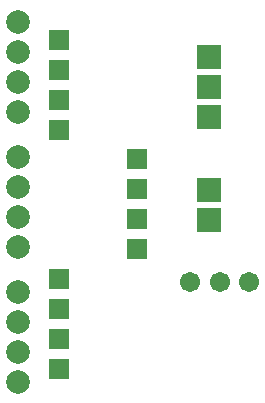
<source format=gbr>
G04 EAGLE Gerber RS-274X export*
G75*
%MOMM*%
%FSLAX34Y34*%
%LPD*%
%INSoldermask Bottom*%
%IPPOS*%
%AMOC8*
5,1,8,0,0,1.08239X$1,22.5*%
G01*
%ADD10C,2.003200*%
%ADD11C,1.711200*%
%ADD12R,2.003200X2.003200*%
%ADD13R,1.711200X1.711200*%


D10*
X64300Y217800D03*
X64300Y192400D03*
X64300Y167000D03*
X64300Y141600D03*
X64300Y103500D03*
X64300Y78100D03*
X64300Y52700D03*
X64300Y27300D03*
X64300Y332100D03*
X64300Y306700D03*
X64300Y281300D03*
X64300Y255900D03*
D11*
X234950Y111760D03*
X209950Y111760D03*
X259950Y111760D03*
D12*
X226060Y302260D03*
X226060Y276860D03*
X226060Y251460D03*
X226060Y189230D03*
X226060Y163830D03*
D13*
X165100Y215900D03*
X165100Y139700D03*
X165100Y190500D03*
X165100Y165100D03*
X99060Y316230D03*
X99060Y240030D03*
X99060Y290830D03*
X99060Y265430D03*
X99060Y114300D03*
X99060Y38100D03*
X99060Y88900D03*
X99060Y63500D03*
M02*

</source>
